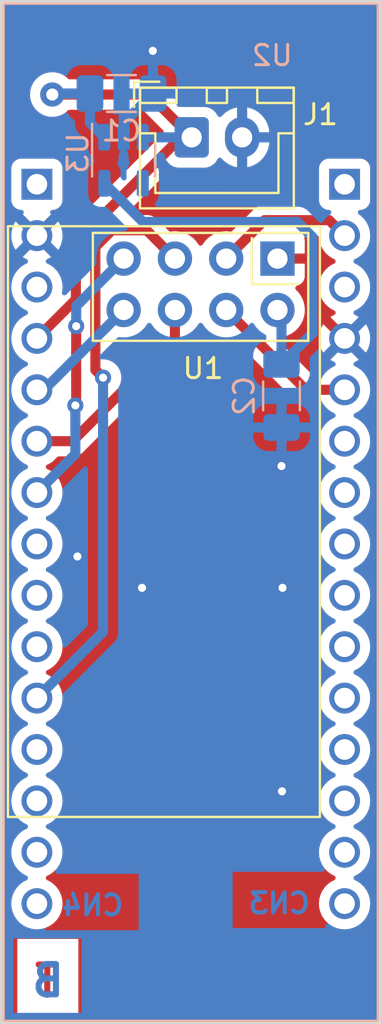
<source format=kicad_pcb>
(kicad_pcb (version 20221018) (generator pcbnew)
  (title_block (title "PCB_STM32_V1") (date "2023-05-16") (rev "01") (company "ENSEA"))
  (layers (0 "F.Cu" signal) (31 "B.Cu" signal) (34 "B.Paste" user) (35 "F.Paste" user) (36 "B.SilkS" user "B.Silkscreen") (37 "F.SilkS" user "F.Silkscreen") (38 "B.Mask" user) (39 "F.Mask" user) (44 "Edge.Cuts" user))
  (net 0 "")
  (net 1 "+5V")
  (net 2 "GND")
  (net 3 "+3.3V")
  (net 4 "CE")
  (net 5 "CSN")
  (net 6 "SCK")
  (net 7 "MOSI")
  (net 8 "MISO")
  (net 9 "IRQ")
  (footprint "RF_Module:nRF24L01_Breakout" (layer "F.Cu") (at 191.3674 88.806 -90)
    (fp_text reference "U1" (at 5.428 3.6868) (layer "F.SilkS"))
    (fp_text value "NRF24L01_Breakout")
    (fp_line (start -1.6 -2.1) (end -1.6 -2.1) (stroke (width 0.12)) (layer "F.SilkS"))
    (fp_line (start -1.6 -2.1) (end 27.6 -2.1) (stroke (width 0.12)) (layer "F.SilkS"))
    (fp_line (start -1.6 13.35) (end -1.6 -2.1) (stroke (width 0.12)) (layer "F.SilkS"))
    (fp_line (start -1.27 -1.524) (end -1.27 -1.524) (stroke (width 0.12)) (layer "F.SilkS"))
    (fp_line (start -1.27 -1.524) (end 4.064 -1.524) (stroke (width 0.12)) (layer "F.SilkS"))
    (fp_line (start -1.27 9.144) (end -1.27 -1.524) (stroke (width 0.12)) (layer "F.SilkS"))
    (fp_line (start -1.27 9.144) (end -1.27 9.144) (stroke (width 0.12)) (layer "F.SilkS"))
    (fp_line (start -1.016 1.27) (end -1.016 1.27) (stroke (width 0.12)) (layer "F.SilkS"))
    (fp_line (start 1.27 -1.016) (end 1.27 1.27) (stroke (width 0.12)) (layer "F.SilkS"))
    (fp_line (start 1.27 1.27) (end -1.016 1.27) (stroke (width 0.12)) (layer "F.SilkS"))
    (fp_line (start 4.064 -1.524) (end 4.064 9.144) (stroke (width 0.12)) (layer "F.SilkS"))
    (fp_line (start 4.064 9.144) (end -1.27 9.144) (stroke (width 0.12)) (layer "F.SilkS"))
    (fp_line (start 27.6 -2.1) (end 27.6 13.35) (stroke (width 0.12)) (layer "F.SilkS"))
    (fp_line (start 27.6 13.35) (end -1.6 13.35) (stroke (width 0.12)) (layer "F.SilkS"))
    (pad "1" thru_hole rect (at 0 0 270) (size 1.7 1.7) (drill 1) (layers "*.Cu" "*.Mask") (net 2 "GND"))
    (pad "2" thru_hole circle (at 2.54 0 270) (size 1.7 1.7) (drill 1) (layers "*.Cu" "*.Mask") (net 3 "+3.3V"))
    (pad "3" thru_hole circle (at 0 2.54 270) (size 1.7 1.7) (drill 1) (layers "*.Cu" "*.Mask") (net 4 "CE"))
    (pad "4" thru_hole circle (at 2.54 2.54 270) (size 1.7 1.7) (drill 1) (layers "*.Cu" "*.Mask") (net 5 "CSN"))
    (pad "5" thru_hole circle (at 0 5.08 270) (size 1.7 1.7) (drill 1) (layers "*.Cu" "*.Mask") (net 6 "SCK"))
    (pad "6" thru_hole circle (at 2.54 5.08 270) (size 1.7 1.7) (drill 1) (layers "*.Cu" "*.Mask") (net 7 "MOSI"))
    (pad "7" thru_hole circle (at 0 7.62 270) (size 1.7 1.7) (drill 1) (layers "*.Cu" "*.Mask") (net 8 "MISO"))
    (pad "8" thru_hole circle (at 2.54 7.62 270) (size 1.7 1.7) (drill 1) (layers "*.Cu" "*.Mask") (net 9 "IRQ"))
  )
  (footprint "Connector_JST:JST_XH_B2B-XH-A_1x02_P2.50mm_Vertical" (layer "F.Cu") (at 187.1164 82.8124)
    (fp_text reference "J1" (at 6.3808 -1.126) (layer "F.SilkS"))
    (fp_text value "INPUT")
    (fp_line (start -2.85 -2.75) (end -2.85 -1.5) (stroke (width 0.12)) (layer "F.SilkS"))
    (fp_line (start -2.56 -2.46) (end -2.56 3.51) (stroke (width 0.12)) (layer "F.SilkS"))
    (fp_line (start -2.56 3.51) (end 5.06 3.51) (stroke (width 0.12)) (layer "F.SilkS"))
    (fp_line (start -2.55 -2.45) (end -2.55 -1.7) (stroke (width 0.12)) (layer "F.SilkS"))
    (fp_line (start -2.55 -1.7) (end -0.75 -1.7) (stroke (width 0.12)) (layer "F.SilkS"))
    (fp_line (start -2.55 -0.2) (end -1.8 -0.2) (stroke (width 0.12)) (layer "F.SilkS"))
    (fp_line (start -1.8 -0.2) (end -1.8 2.75) (stroke (width 0.12)) (layer "F.SilkS"))
    (fp_line (start -1.8 2.75) (end 1.25 2.75) (stroke (width 0.12)) (layer "F.SilkS"))
    (fp_line (start -1.6 -2.75) (end -2.85 -2.75) (stroke (width 0.12)) (layer "F.SilkS"))
    (fp_line (start -0.75 -2.45) (end -2.55 -2.45) (stroke (width 0.12)) (layer "F.SilkS"))
    (fp_line (start -0.75 -1.7) (end -0.75 -2.45) (stroke (width 0.12)) (layer "F.SilkS"))
    (fp_line (start 0.75 -2.45) (end 0.75 -1.7) (stroke (width 0.12)) (layer "F.SilkS"))
    (fp_line (start 0.75 -1.7) (end 1.75 -1.7) (stroke (width 0.12)) (layer "F.SilkS"))
    (fp_line (start 1.75 -2.45) (end 0.75 -2.45) (stroke (width 0.12)) (layer "F.SilkS"))
    (fp_line (start 1.75 -1.7) (end 1.75 -2.45) (stroke (width 0.12)) (layer "F.SilkS"))
    (fp_line (start 3.25 -2.45) (end 3.25 -1.7) (stroke (width 0.12)) (layer "F.SilkS"))
    (fp_line (start 3.25 -1.7) (end 5.05 -1.7) (stroke (width 0.12)) (layer "F.SilkS"))
    (fp_line (start 4.3 -0.2) (end 4.3 2.75) (stroke (width 0.12)) (layer "F.SilkS"))
    (fp_line (start 4.3 2.75) (end 1.25 2.75) (stroke (width 0.12)) (layer "F.SilkS"))
    (fp_line (start 5.05 -2.45) (end 3.25 -2.45) (stroke (width 0.12)) (layer "F.SilkS"))
    (fp_line (start 5.05 -1.7) (end 5.05 -2.45) (stroke (width 0.12)) (layer "F.SilkS"))
    (fp_line (start 5.05 -0.2) (end 4.3 -0.2) (stroke (width 0.12)) (layer "F.SilkS"))
    (fp_line (start 5.06 -2.46) (end -2.56 -2.46) (stroke (width 0.12)) (layer "F.SilkS"))
    (fp_line (start 5.06 3.51) (end 5.06 -2.46) (stroke (width 0.12)) (layer "F.SilkS"))
    (pad "1" thru_hole roundrect (at 0 0) (size 1.7 2) (drill 1) (layers "*.Cu" "*.Mask") (roundrect_rratio 0.1470588235) (net 1 "+5V"))
    (pad "2" thru_hole oval (at 2.5 0) (size 1.7 2) (drill 1) (layers "*.Cu" "*.Mask") (net 2 "GND"))
  )
  (footprint "Capacitor_SMD:C_1206_3216Metric_Pad1.33x1.80mm_HandSolder" (layer "B.Cu") (at 191.5668 95.5933 -90)
    (fp_text reference "C2" (at 0 1.85 90) (layer "B.SilkS") (effects (justify mirror)))
    (fp_text value "1uF")
    (fp_line (start -0.711252 -0.91) (end 0.711252 -0.91) (stroke (width 0.12)) (layer "B.SilkS"))
    (fp_line (start -0.711252 0.91) (end 0.711252 0.91) (stroke (width 0.12)) (layer "B.SilkS"))
    (pad "1" smd roundrect (at -1.5625 0 270) (size 1.325 1.8) (layers "B.Cu" "B.Paste" "B.Mask") (roundrect_rratio 0.1886792453) (net 3 "+3.3V"))
    (pad "2" smd roundrect (at 1.5625 0 270) (size 1.325 1.8) (layers "B.Cu" "B.Paste" "B.Mask") (roundrect_rratio 0.1886792453) (net 2 "GND"))
  )
  (footprint "Package_TO_SOT_SMD:SOT-23-5" (layer "B.Cu") (at 183.7436 83.947 -90)
    (fp_text reference "U3" (at -0.3556 2.2606 -270) (layer "B.SilkS") (effects (justify mirror)))
    (fp_text value "BU33SD5WG-TR")
    (fp_line (start 0 -1.56) (end -0.8 -1.56) (stroke (width 0.12)) (layer "B.SilkS"))
    (fp_line (start 0 -1.56) (end 0.8 -1.56) (stroke (width 0.12)) (layer "B.SilkS"))
    (fp_line (start 0 1.56) (end -1.8 1.56) (stroke (width 0.12)) (layer "B.SilkS"))
    (fp_line (start 0 1.56) (end 0.8 1.56) (stroke (width 0.12)) (layer "B.SilkS"))
    (pad "1" smd roundrect (at -1.1375 0.95 270) (size 1.325 0.6) (layers "B.Cu" "B.Paste" "B.Mask") (net 1 "+5V"))
    (pad "2" smd roundrect (at -1.1375 0 270) (size 1.325 0.6) (layers "B.Cu" "B.Paste" "B.Mask") (net 2 "GND"))
    (pad "3" smd roundrect (at -1.1375 -0.95 270) (size 1.325 0.6) (layers "B.Cu" "B.Paste" "B.Mask") (net 1 "+5V"))
    (pad "4" smd roundrect (at 1.1375 -0.95 270) (size 1.325 0.6) (layers "B.Cu" "B.Paste" "B.Mask"))
    (pad "5" smd roundrect (at 1.1375 0.95 270) (size 1.325 0.6) (layers "B.Cu" "B.Paste" "B.Mask") (net 3 "+3.3V"))
  )
  (footprint "Library_2x15_1524:MODULE_NUCLEO-L412KB" (layer "B.Cu") (at 187.071 101.346 180)
    (fp_text reference "U2" (at -4.0386 22.5806) (layer "B.SilkS") (effects (justify mirror)))
    (fp_text value "STM32L412KBTx")
    (fp_line (start -9.27 -25.145) (end -9.27 25.145) (stroke (width 0.127)) (layer "B.SilkS"))
    (fp_line (start -9.27 25.145) (end 9.27 25.145) (stroke (width 0.127)) (layer "B.SilkS"))
    (fp_line (start 9.27 -25.145) (end -9.27 -25.145) (stroke (width 0.127)) (layer "B.SilkS"))
    (fp_line (start 9.27 25.145) (end 9.27 -25.145) (stroke (width 0.127)) (layer "B.SilkS"))
    (pad "1" thru_hole circle (at 7.62 -14.265 180) (size 1.53 1.53) (drill 1.02) (layers "*.Cu" "*.Mask"))
    (pad "2" thru_hole circle (at -7.62 -6.645 180) (size 1.53 1.53) (drill 1.02) (layers "*.Cu" "*.Mask"))
    (pad "3" thru_hole circle (at -7.62 -9.185 180) (size 1.53 1.53) (drill 1.02) (layers "*.Cu" "*.Mask"))
    (pad "4" thru_hole circle (at -7.62 11.135 180) (size 1.53 1.53) (drill 1.02) (layers "*.Cu" "*.Mask"))
    (pad "4" thru_hole circle (at 7.62 11.135 180) (size 1.53 1.53) (drill 1.02) (layers "*.Cu" "*.Mask"))
    (pad "5" thru_hole circle (at 7.62 8.595 180) (size 1.53 1.53) (drill 1.02) (layers "*.Cu" "*.Mask") (net 1 "+5V"))
    (pad "6" thru_hole circle (at 7.62 -11.725 180) (size 1.53 1.53) (drill 1.02) (layers "*.Cu" "*.Mask"))
    (pad "7" thru_hole circle (at 7.62 -9.185 180) (size 1.53 1.53) (drill 1.02) (layers "*.Cu" "*.Mask") (net 6 "SCK"))
    (pad "8" thru_hole circle (at 7.62 6.055 180) (size 1.53 1.53) (drill 1.02) (layers "*.Cu" "*.Mask") (net 9 "IRQ"))
    (pad "9" thru_hole circle (at 7.62 -6.645 180) (size 1.53 1.53) (drill 1.02) (layers "*.Cu" "*.Mask"))
    (pad "10" thru_hole circle (at 7.62 -4.105 180) (size 1.53 1.53) (drill 1.02) (layers "*.Cu" "*.Mask"))
    (pad "11" thru_hole circle (at 7.62 -1.565 180) (size 1.53 1.53) (drill 1.02) (layers "*.Cu" "*.Mask"))
    (pad "12" thru_hole circle (at 7.62 0.975 180) (size 1.53 1.53) (drill 1.02) (layers "*.Cu" "*.Mask") (net 8 "MISO"))
    (pad "13" thru_hole circle (at 7.62 3.515 180) (size 1.53 1.53) (drill 1.02) (layers "*.Cu" "*.Mask") (net 7 "MOSI"))
    (pad "14" thru_hole circle (at -7.62 3.515 180) (size 1.53 1.53) (drill 1.02) (layers "*.Cu" "*.Mask"))
    (pad "15" thru_hole circle (at -7.62 -4.105 180) (size 1.53 1.53) (drill 1.02) (layers "*.Cu" "*.Mask"))
    (pad "16" thru_hole circle (at -7.62 8.595 180) (size 1.53 1.53) (drill 1.02) (layers "*.Cu" "*.Mask") (net 2 "GND"))
    (pad "16" thru_hole circle (at 7.62 13.675 180) (size 1.53 1.53) (drill 1.02) (layers "*.Cu" "*.Mask") (net 2 "GND"))
    (pad "17" thru_hole circle (at 7.62 -16.805 180) (size 1.53 1.53) (drill 1.02) (layers "*.Cu" "*.Mask"))
    (pad "18" thru_hole circle (at -7.62 -11.725 180) (size 1.53 1.53) (drill 1.02) (layers "*.Cu" "*.Mask"))
    (pad "19" thru_hole rect (at -7.62 16.215 180) (size 1.53 1.53) (drill 1.02) (layers "*.Cu" "*.Mask"))
    (pad "19" thru_hole rect (at 7.62 16.215 180) (size 1.53 1.53) (drill 1.02) (layers "*.Cu" "*.Mask"))
    (pad "20" thru_hole circle (at -7.62 13.675 180) (size 1.53 1.53) (drill 1.02) (layers "*.Cu" "*.Mask") (net 4 "CE"))
    (pad "21" thru_hole circle (at -7.62 -14.265 180) (size 1.53 1.53) (drill 1.02) (layers "*.Cu" "*.Mask"))
    (pad "22" thru_hole circle (at -7.62 6.055 180) (size 1.53 1.53) (drill 1.02) (layers "*.Cu" "*.Mask") (net 5 "CSN"))
    (pad "26" thru_hole circle (at 7.62 -19.345 180) (size 1.53 1.53) (drill 1.02) (layers "*.Cu" "*.Mask"))
    (pad "27" thru_hole circle (at -7.62 -19.345 180) (size 1.53 1.53) (drill 1.02) (layers "*.Cu" "*.Mask"))
    (pad "28" thru_hole circle (at -7.62 -16.805 180) (size 1.53 1.53) (drill 1.02) (layers "*.Cu" "*.Mask"))
    (pad "29" thru_hole circle (at -7.62 -1.565 180) (size 1.53 1.53) (drill 1.02) (layers "*.Cu" "*.Mask"))
    (pad "30" thru_hole circle (at -7.62 0.975 180) (size 1.53 1.53) (drill 1.02) (layers "*.Cu" "*.Mask"))
  )
  (footprint "Capacitor_SMD:C_1206_3216Metric_Pad1.33x1.80mm_HandSolder" (layer "B.Cu") (at 183.642 80.645)
    (fp_text reference "C1" (at 0 1.85 180) (layer "B.SilkS") (effects (justify mirror)))
    (fp_text value "1uF")
    (fp_line (start -0.711252 -0.91) (end 0.711252 -0.91) (stroke (width 0.12)) (layer "B.SilkS"))
    (fp_line (start -0.711252 0.91) (end 0.711252 0.91) (stroke (width 0.12)) (layer "B.SilkS"))
    (pad "1" smd roundrect (at -1.5625 0) (size 1.325 1.8) (layers "B.Cu" "B.Paste" "B.Mask") (roundrect_rratio 0.1886792453) (net 1 "+5V"))
    (pad "2" smd roundrect (at 1.5625 0) (size 1.325 1.8) (layers "B.Cu" "B.Paste" "B.Mask") (roundrect_rratio 0.1886792453) (net 2 "GND"))
  )
  (gr_line (start 177.673 126.619) (end 177.673 76.073) (stroke (width 0.1)) (layer "Edge.Cuts"))
  (gr_line (start 196.469 126.619) (end 177.673 126.619) (stroke (width 0.1)) (layer "Edge.Cuts"))
  (gr_line (start 177.673 76.073) (end 196.469 76.073) (stroke (width 0.1)) (layer "Edge.Cuts"))
  (gr_line (start 196.469 76.073) (end 196.469 126.619) (stroke (width 0.1)) (layer "Edge.Cuts"))
  (gr_text "G.Bernède" (at 182.4736 125.2982) (layer "F.Cu") (effects (font (size 1.5 1.5) (thickness 0.3) bold) (justify left bottom)))
  (gr_text "T" (at 179.197 125.3998) (layer "F.Cu") (effects (font (size 1.5 1.5) (thickness 0.3) bold) (justify left bottom)))
  (gr_text "CN4" (at 183.8452 121.3612) (layer "B.Cu") (effects (font (size 1 1) (thickness 0.2)) (justify left bottom mirror)))
  (gr_text "CN3" (at 193.0908 121.2596) (layer "B.Cu") (effects (font (size 1 1) (thickness 0.2)) (justify left bottom mirror)))
  (gr_text "B" (at 180.9496 125.3744) (layer "B.Cu") (effects (font (size 1.5 1.5) (thickness 0.3) bold) (justify left bottom mirror)))
  (segment (start 186.58 82.8124) (end 187.1164 82.8124) (width 0.5) (layer "F.Cu") (net 1))
  (segment (start 181.3814 90.8206) (end 181.3814 88.011) (width 0.5) (layer "F.Cu") (net 1))
  (segment (start 179.451 92.751) (end 181.3814 90.8206) (width 0.5) (layer "F.Cu") (net 1))
  (segment (start 184.9998 80.6958) (end 187.1164 82.8124) (width 0.5) (layer "F.Cu") (net 1))
  (segment (start 180.213 80.6958) (end 184.9998 80.6958) (width 0.5) (layer "F.Cu") (net 1))
  (segment (start 181.3814 88.011) (end 186.58 82.8124) (width 0.5) (layer "F.Cu") (net 1))
  (via (at 180.213 80.6958) (size 1.2) (drill 0.6) (layers "F.Cu" "B.Cu") (net 1))
  (segment (start 187.1164 82.8124) (end 184.6965 82.8124) (width 0.5) (layer "B.Cu") (net 1))
  (segment (start 180.2638 80.645) (end 180.213 80.6958) (width 0.5) (layer "B.Cu") (net 1))
  (segment (start 182.0795 80.645) (end 182.0795 82.0954) (width 0.5) (layer "B.Cu") (net 1))
  (segment (start 184.6965 82.8124) (end 184.6936 82.8095) (width 0.5) (layer "B.Cu") (net 1))
  (segment (start 182.0795 80.645) (end 180.2638 80.645) (width 0.5) (layer "B.Cu") (net 1))
  (segment (start 182.0795 82.0954) (end 182.7936 82.8095) (width 0.5) (layer "B.Cu") (net 1))
  (via (at 191.6176 105.0798) (size 0.8) (drill 0.4) (layers "F.Cu" "B.Cu") (net 2))
  (via (at 185.1914 78.5368) (size 0.8) (drill 0.4) (layers "F.Cu" "B.Cu") (net 2))
  (via (at 191.5922 115.1382) (size 0.8) (drill 0.4) (layers "F.Cu" "B.Cu") (net 2))
  (via (at 191.5668 99.06) (size 0.8) (drill 0.4) (layers "F.Cu" "B.Cu") (net 2))
  (via (at 184.658 105.0798) (size 0.8) (drill 0.4) (layers "F.Cu" "B.Cu") (net 2))
  (via (at 181.4576 103.5304) (size 0.8) (drill 0.4) (layers "F.Cu" "B.Cu") (net 2))
  (segment (start 183.7436 82.8095) (end 183.7436 82.1059) (width 0.5) (layer "B.Cu") (net 2))
  (segment (start 183.7436 82.1059) (end 185.2045 80.645) (width 0.5) (layer "B.Cu") (net 2))
  (segment (start 182.7936 85.0845) (end 184.7041 86.995) (width 0.5) (layer "B.Cu") (net 3))
  (segment (start 184.7041 86.995) (end 192.3564 86.995) (width 0.5) (layer "B.Cu") (net 3))
  (segment (start 193.1162 87.7548) (end 193.1162 92.4814) (width 0.5) (layer "B.Cu") (net 3))
  (segment (start 191.5668 94.0308) (end 191.5668 91.5454) (width 0.5) (layer "B.Cu") (net 3))
  (segment (start 192.3564 86.995) (end 193.1162 87.7548) (width 0.5) (layer "B.Cu") (net 3))
  (segment (start 193.1162 92.4814) (end 191.5668 94.0308) (width 0.5) (layer "B.Cu") (net 3))
  (segment (start 191.5668 91.5454) (end 191.3674 91.346) (width 0.5) (layer "B.Cu") (net 3))
  (segment (start 188.8274 88.806) (end 190.7274 86.906) (width 0.5) (layer "F.Cu") (net 4))
  (segment (start 190.7274 86.906) (end 193.926 86.906) (width 0.5) (layer "F.Cu") (net 4))
  (segment (start 193.926 86.906) (end 194.691 87.671) (width 0.5) (layer "F.Cu") (net 4))
  (segment (start 188.8274 91.346) (end 192.7724 95.291) (width 0.5) (layer "F.Cu") (net 5))
  (segment (start 192.7724 95.291) (end 194.691 95.291) (width 0.5) (layer "F.Cu") (net 5))
  (segment (start 182.3474 88.226101) (end 183.167501 87.406) (width 0.5) (layer "F.Cu") (net 6))
  (segment (start 184.8874 87.406) (end 186.2874 88.806) (width 0.5) (layer "F.Cu") (net 6))
  (segment (start 182.3474 94.311) (end 182.3474 88.226101) (width 0.5) (layer "F.Cu") (net 6))
  (segment (start 183.167501 87.406) (end 184.8874 87.406) (width 0.5) (layer "F.Cu") (net 6))
  (segment (start 182.7276 94.6912) (end 182.3474 94.311) (width 0.5) (layer "F.Cu") (net 6))
  (via (at 182.7276 94.6912) (size 0.8) (drill 0.4) (layers "F.Cu" "B.Cu") (net 6))
  (segment (start 182.7276 107.2544) (end 182.7276 94.6912) (width 0.5) (layer "B.Cu") (net 6))
  (segment (start 179.451 110.531) (end 182.7276 107.2544) (width 0.5) (layer "B.Cu") (net 6))
  (segment (start 181.2134 97.831) (end 186.2874 92.757) (width 0.5) (layer "F.Cu") (net 7))
  (segment (start 179.451 97.831) (end 181.2134 97.831) (width 0.5) (layer "F.Cu") (net 7))
  (segment (start 186.2874 92.757) (end 186.2874 91.346) (width 0.5) (layer "F.Cu") (net 7))
  (segment (start 181.3979 96.0209) (end 181.356 96.0628) (width 0.5) (layer "F.Cu") (net 8))
  (segment (start 181.3979 92.146896) (end 181.3979 96.0209) (width 0.5) (layer "F.Cu") (net 8))
  (via (at 181.3979 92.146896) (size 0.8) (drill 0.4) (layers "F.Cu" "B.Cu") (net 8))
  (via (at 181.356 96.0628) (size 0.8) (drill 0.4) (layers "F.Cu" "B.Cu") (net 8))
  (segment (start 181.356 98.466) (end 179.451 100.371) (width 0.5) (layer "B.Cu") (net 8))
  (segment (start 181.356 96.0628) (end 181.356 98.466) (width 0.5) (layer "B.Cu") (net 8))
  (segment (start 183.7474 88.806) (end 181.3979 91.1555) (width 0.5) (layer "B.Cu") (net 8))
  (segment (start 181.3979 91.1555) (end 181.3979 92.146896) (width 0.5) (layer "B.Cu") (net 8))
  (segment (start 183.7474 91.346) (end 179.8024 95.291) (width 0.5) (layer "B.Cu") (net 9))
  (segment (start 179.8024 95.291) (end 179.451 95.291) (width 0.5) (layer "B.Cu") (net 9))
  (zone (net 2) (net_name "GND") (layer "F.Cu") (connect_pads (clearance 0.5)) (min_thickness 0.25) (fill yes (thermal_gap 0.5) (thermal_bridge_width 0.5))
    (polygon (pts (xy 177.8 76.2) (xy 196.342 76.2) (xy 196.342 126.492) (xy 177.8 126.492)))
  )
  (zone (net 2) (net_name "GND") (layer "B.Cu") (priority 1) (connect_pads (clearance 0.5)) (min_thickness 0.25) (fill yes (thermal_gap 0.5) (thermal_bridge_width 0.5))
    (polygon (pts (xy 177.8 76.2) (xy 196.342 76.2) (xy 196.342 126.492) (xy 177.8 126.492)))
  )
)
</source>
